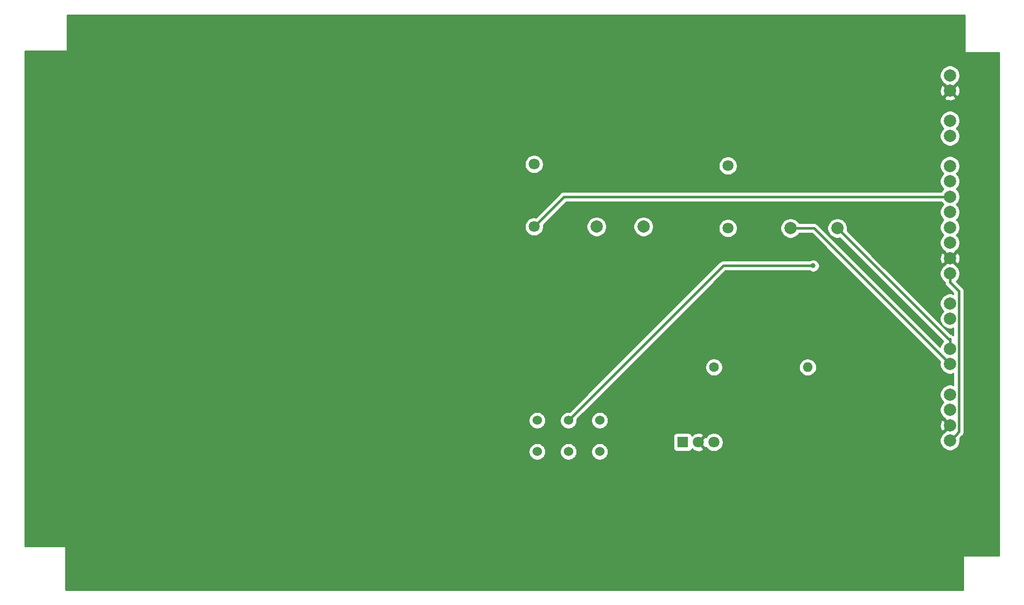
<source format=gbr>
G04 #@! TF.GenerationSoftware,KiCad,Pcbnew,(5.1.4)-1*
G04 #@! TF.CreationDate,2019-09-08T23:28:34+01:00*
G04 #@! TF.ProjectId,orionBoard,6f72696f-6e42-46f6-9172-642e6b696361,rev?*
G04 #@! TF.SameCoordinates,Original*
G04 #@! TF.FileFunction,Copper,L2,Bot*
G04 #@! TF.FilePolarity,Positive*
%FSLAX46Y46*%
G04 Gerber Fmt 4.6, Leading zero omitted, Abs format (unit mm)*
G04 Created by KiCad (PCBNEW (5.1.4)-1) date 2019-09-08 23:28:34*
%MOMM*%
%LPD*%
G04 APERTURE LIST*
%ADD10C,1.524000*%
%ADD11C,2.000000*%
%ADD12C,1.600000*%
%ADD13O,1.600000X1.600000*%
%ADD14C,1.800000*%
%ADD15R,1.800000X1.800000*%
%ADD16C,0.800000*%
%ADD17C,0.450000*%
%ADD18C,0.254000*%
G04 APERTURE END LIST*
D10*
X139154000Y-119276000D03*
X144234000Y-119276000D03*
X149314000Y-119276000D03*
X149314000Y-114196000D03*
X144234000Y-114196000D03*
X139154000Y-114196000D03*
D11*
X206210000Y-60602000D03*
X206210000Y-58102000D03*
X206210000Y-65468000D03*
X206210000Y-67968000D03*
X206210000Y-90320000D03*
X206210000Y-87820000D03*
X206210000Y-85320000D03*
X206210000Y-82820000D03*
X206210000Y-80320000D03*
X206210000Y-75320000D03*
X206210000Y-72820000D03*
X206210000Y-77820000D03*
X206210000Y-97686000D03*
X206210000Y-95186000D03*
X206210000Y-102552000D03*
X206210000Y-105052000D03*
X206210000Y-117498000D03*
X206210000Y-114998000D03*
X206210000Y-112498000D03*
X206210000Y-109998000D03*
D12*
X167856000Y-105560000D03*
D13*
X183096000Y-105560000D03*
D14*
X167856000Y-117752000D03*
X165316000Y-117752000D03*
D15*
X162776000Y-117752000D03*
D14*
X138646000Y-72540000D03*
X138646000Y-82700000D03*
D11*
X148806000Y-82700000D03*
X156426000Y-82700000D03*
X187922000Y-82954000D03*
X180302000Y-82954000D03*
D14*
X170142000Y-82954000D03*
X170142000Y-72794000D03*
D16*
X183985000Y-89050000D03*
D17*
X143526000Y-77820000D02*
X138646000Y-82700000D01*
X206210000Y-77820000D02*
X143526000Y-77820000D01*
X206210000Y-100988000D02*
X206210000Y-102552000D01*
X205956000Y-100988000D02*
X187922000Y-82954000D01*
X206210000Y-100988000D02*
X205956000Y-100988000D01*
X184112000Y-82954000D02*
X180302000Y-82954000D01*
X206210000Y-105052000D02*
X184112000Y-82954000D01*
X144234000Y-114196000D02*
X169380000Y-89050000D01*
X169380000Y-89050000D02*
X183985000Y-89050000D01*
X207209999Y-116498001D02*
X206210000Y-117498000D01*
X207635001Y-116072999D02*
X207209999Y-116498001D01*
X207635001Y-93159214D02*
X207635001Y-116072999D01*
X206210000Y-91734213D02*
X207635001Y-93159214D01*
X206210000Y-90320000D02*
X206210000Y-91734213D01*
D18*
G36*
X208623000Y-54252000D02*
G01*
X208625440Y-54276776D01*
X208632667Y-54300601D01*
X208644403Y-54322557D01*
X208660197Y-54341803D01*
X208679443Y-54357597D01*
X208701399Y-54369333D01*
X208725224Y-54376560D01*
X208750000Y-54379000D01*
X214211000Y-54379000D01*
X214211000Y-136167000D01*
X208496000Y-136167000D01*
X208471224Y-136169440D01*
X208447399Y-136176667D01*
X208425443Y-136188403D01*
X208406197Y-136204197D01*
X208390403Y-136223443D01*
X208378667Y-136245399D01*
X208371440Y-136269224D01*
X208369000Y-136294000D01*
X208369000Y-141755000D01*
X62573000Y-141755000D01*
X62573000Y-134770000D01*
X62570560Y-134745224D01*
X62563333Y-134721399D01*
X62551597Y-134699443D01*
X62535803Y-134680197D01*
X62516557Y-134664403D01*
X62494601Y-134652667D01*
X62470776Y-134645440D01*
X62446000Y-134643000D01*
X55969000Y-134643000D01*
X55969000Y-119138408D01*
X137757000Y-119138408D01*
X137757000Y-119413592D01*
X137810686Y-119683490D01*
X137915995Y-119937727D01*
X138068880Y-120166535D01*
X138263465Y-120361120D01*
X138492273Y-120514005D01*
X138746510Y-120619314D01*
X139016408Y-120673000D01*
X139291592Y-120673000D01*
X139561490Y-120619314D01*
X139815727Y-120514005D01*
X140044535Y-120361120D01*
X140239120Y-120166535D01*
X140392005Y-119937727D01*
X140497314Y-119683490D01*
X140551000Y-119413592D01*
X140551000Y-119138408D01*
X142837000Y-119138408D01*
X142837000Y-119413592D01*
X142890686Y-119683490D01*
X142995995Y-119937727D01*
X143148880Y-120166535D01*
X143343465Y-120361120D01*
X143572273Y-120514005D01*
X143826510Y-120619314D01*
X144096408Y-120673000D01*
X144371592Y-120673000D01*
X144641490Y-120619314D01*
X144895727Y-120514005D01*
X145124535Y-120361120D01*
X145319120Y-120166535D01*
X145472005Y-119937727D01*
X145577314Y-119683490D01*
X145631000Y-119413592D01*
X145631000Y-119138408D01*
X147917000Y-119138408D01*
X147917000Y-119413592D01*
X147970686Y-119683490D01*
X148075995Y-119937727D01*
X148228880Y-120166535D01*
X148423465Y-120361120D01*
X148652273Y-120514005D01*
X148906510Y-120619314D01*
X149176408Y-120673000D01*
X149451592Y-120673000D01*
X149721490Y-120619314D01*
X149975727Y-120514005D01*
X150204535Y-120361120D01*
X150399120Y-120166535D01*
X150552005Y-119937727D01*
X150657314Y-119683490D01*
X150711000Y-119413592D01*
X150711000Y-119138408D01*
X150657314Y-118868510D01*
X150552005Y-118614273D01*
X150399120Y-118385465D01*
X150204535Y-118190880D01*
X149975727Y-118037995D01*
X149721490Y-117932686D01*
X149451592Y-117879000D01*
X149176408Y-117879000D01*
X148906510Y-117932686D01*
X148652273Y-118037995D01*
X148423465Y-118190880D01*
X148228880Y-118385465D01*
X148075995Y-118614273D01*
X147970686Y-118868510D01*
X147917000Y-119138408D01*
X145631000Y-119138408D01*
X145577314Y-118868510D01*
X145472005Y-118614273D01*
X145319120Y-118385465D01*
X145124535Y-118190880D01*
X144895727Y-118037995D01*
X144641490Y-117932686D01*
X144371592Y-117879000D01*
X144096408Y-117879000D01*
X143826510Y-117932686D01*
X143572273Y-118037995D01*
X143343465Y-118190880D01*
X143148880Y-118385465D01*
X142995995Y-118614273D01*
X142890686Y-118868510D01*
X142837000Y-119138408D01*
X140551000Y-119138408D01*
X140497314Y-118868510D01*
X140392005Y-118614273D01*
X140239120Y-118385465D01*
X140044535Y-118190880D01*
X139815727Y-118037995D01*
X139561490Y-117932686D01*
X139291592Y-117879000D01*
X139016408Y-117879000D01*
X138746510Y-117932686D01*
X138492273Y-118037995D01*
X138263465Y-118190880D01*
X138068880Y-118385465D01*
X137915995Y-118614273D01*
X137810686Y-118868510D01*
X137757000Y-119138408D01*
X55969000Y-119138408D01*
X55969000Y-116852000D01*
X161237928Y-116852000D01*
X161237928Y-118652000D01*
X161250188Y-118776482D01*
X161286498Y-118896180D01*
X161345463Y-119006494D01*
X161424815Y-119103185D01*
X161521506Y-119182537D01*
X161631820Y-119241502D01*
X161751518Y-119277812D01*
X161876000Y-119290072D01*
X163676000Y-119290072D01*
X163800482Y-119277812D01*
X163920180Y-119241502D01*
X164030494Y-119182537D01*
X164127185Y-119103185D01*
X164206537Y-119006494D01*
X164265502Y-118896180D01*
X164268813Y-118885265D01*
X164315578Y-118932030D01*
X164431526Y-118816082D01*
X164515208Y-119070261D01*
X164787775Y-119201158D01*
X165080642Y-119276365D01*
X165382553Y-119292991D01*
X165681907Y-119250397D01*
X165967199Y-119150222D01*
X166116792Y-119070261D01*
X166200475Y-118816080D01*
X165316000Y-117931605D01*
X165301858Y-117945748D01*
X165122253Y-117766143D01*
X165136395Y-117752000D01*
X165495605Y-117752000D01*
X166380080Y-118636475D01*
X166561049Y-118576895D01*
X166663688Y-118730505D01*
X166877495Y-118944312D01*
X167128905Y-119112299D01*
X167408257Y-119228011D01*
X167704816Y-119287000D01*
X168007184Y-119287000D01*
X168303743Y-119228011D01*
X168583095Y-119112299D01*
X168834505Y-118944312D01*
X169048312Y-118730505D01*
X169216299Y-118479095D01*
X169332011Y-118199743D01*
X169391000Y-117903184D01*
X169391000Y-117600816D01*
X169332011Y-117304257D01*
X169216299Y-117024905D01*
X169048312Y-116773495D01*
X168834505Y-116559688D01*
X168583095Y-116391701D01*
X168303743Y-116275989D01*
X168007184Y-116217000D01*
X167704816Y-116217000D01*
X167408257Y-116275989D01*
X167128905Y-116391701D01*
X166877495Y-116559688D01*
X166663688Y-116773495D01*
X166561049Y-116927105D01*
X166380080Y-116867525D01*
X165495605Y-117752000D01*
X165136395Y-117752000D01*
X165122253Y-117737858D01*
X165301858Y-117558253D01*
X165316000Y-117572395D01*
X166200475Y-116687920D01*
X166116792Y-116433739D01*
X165844225Y-116302842D01*
X165551358Y-116227635D01*
X165249447Y-116211009D01*
X164950093Y-116253603D01*
X164664801Y-116353778D01*
X164515208Y-116433739D01*
X164431526Y-116687918D01*
X164315578Y-116571970D01*
X164268813Y-116618735D01*
X164265502Y-116607820D01*
X164206537Y-116497506D01*
X164127185Y-116400815D01*
X164030494Y-116321463D01*
X163920180Y-116262498D01*
X163800482Y-116226188D01*
X163676000Y-116213928D01*
X161876000Y-116213928D01*
X161751518Y-116226188D01*
X161631820Y-116262498D01*
X161521506Y-116321463D01*
X161424815Y-116400815D01*
X161345463Y-116497506D01*
X161286498Y-116607820D01*
X161250188Y-116727518D01*
X161237928Y-116852000D01*
X55969000Y-116852000D01*
X55969000Y-114058408D01*
X137757000Y-114058408D01*
X137757000Y-114333592D01*
X137810686Y-114603490D01*
X137915995Y-114857727D01*
X138068880Y-115086535D01*
X138263465Y-115281120D01*
X138492273Y-115434005D01*
X138746510Y-115539314D01*
X139016408Y-115593000D01*
X139291592Y-115593000D01*
X139561490Y-115539314D01*
X139815727Y-115434005D01*
X140044535Y-115281120D01*
X140239120Y-115086535D01*
X140392005Y-114857727D01*
X140497314Y-114603490D01*
X140551000Y-114333592D01*
X140551000Y-114058408D01*
X142837000Y-114058408D01*
X142837000Y-114333592D01*
X142890686Y-114603490D01*
X142995995Y-114857727D01*
X143148880Y-115086535D01*
X143343465Y-115281120D01*
X143572273Y-115434005D01*
X143826510Y-115539314D01*
X144096408Y-115593000D01*
X144371592Y-115593000D01*
X144641490Y-115539314D01*
X144895727Y-115434005D01*
X145124535Y-115281120D01*
X145319120Y-115086535D01*
X145472005Y-114857727D01*
X145577314Y-114603490D01*
X145631000Y-114333592D01*
X145631000Y-114058408D01*
X147917000Y-114058408D01*
X147917000Y-114333592D01*
X147970686Y-114603490D01*
X148075995Y-114857727D01*
X148228880Y-115086535D01*
X148423465Y-115281120D01*
X148652273Y-115434005D01*
X148906510Y-115539314D01*
X149176408Y-115593000D01*
X149451592Y-115593000D01*
X149721490Y-115539314D01*
X149975727Y-115434005D01*
X150204535Y-115281120D01*
X150399120Y-115086535D01*
X150416452Y-115060595D01*
X204568282Y-115060595D01*
X204612039Y-115379675D01*
X204717205Y-115684088D01*
X204810186Y-115858044D01*
X205074587Y-115953808D01*
X206030395Y-114998000D01*
X205074587Y-114042192D01*
X204810186Y-114137956D01*
X204669296Y-114427571D01*
X204587616Y-114739108D01*
X204568282Y-115060595D01*
X150416452Y-115060595D01*
X150552005Y-114857727D01*
X150657314Y-114603490D01*
X150711000Y-114333592D01*
X150711000Y-114058408D01*
X150657314Y-113788510D01*
X150552005Y-113534273D01*
X150399120Y-113305465D01*
X150204535Y-113110880D01*
X149975727Y-112957995D01*
X149721490Y-112852686D01*
X149451592Y-112799000D01*
X149176408Y-112799000D01*
X148906510Y-112852686D01*
X148652273Y-112957995D01*
X148423465Y-113110880D01*
X148228880Y-113305465D01*
X148075995Y-113534273D01*
X147970686Y-113788510D01*
X147917000Y-114058408D01*
X145631000Y-114058408D01*
X145623835Y-114022388D01*
X154227558Y-105418665D01*
X166421000Y-105418665D01*
X166421000Y-105701335D01*
X166476147Y-105978574D01*
X166584320Y-106239727D01*
X166741363Y-106474759D01*
X166941241Y-106674637D01*
X167176273Y-106831680D01*
X167437426Y-106939853D01*
X167714665Y-106995000D01*
X167997335Y-106995000D01*
X168274574Y-106939853D01*
X168535727Y-106831680D01*
X168770759Y-106674637D01*
X168970637Y-106474759D01*
X169127680Y-106239727D01*
X169235853Y-105978574D01*
X169291000Y-105701335D01*
X169291000Y-105560000D01*
X181654057Y-105560000D01*
X181681764Y-105841309D01*
X181763818Y-106111808D01*
X181897068Y-106361101D01*
X182076392Y-106579608D01*
X182294899Y-106758932D01*
X182544192Y-106892182D01*
X182814691Y-106974236D01*
X183025508Y-106995000D01*
X183166492Y-106995000D01*
X183377309Y-106974236D01*
X183647808Y-106892182D01*
X183897101Y-106758932D01*
X184115608Y-106579608D01*
X184294932Y-106361101D01*
X184428182Y-106111808D01*
X184510236Y-105841309D01*
X184537943Y-105560000D01*
X184510236Y-105278691D01*
X184428182Y-105008192D01*
X184294932Y-104758899D01*
X184115608Y-104540392D01*
X183897101Y-104361068D01*
X183647808Y-104227818D01*
X183377309Y-104145764D01*
X183166492Y-104125000D01*
X183025508Y-104125000D01*
X182814691Y-104145764D01*
X182544192Y-104227818D01*
X182294899Y-104361068D01*
X182076392Y-104540392D01*
X181897068Y-104758899D01*
X181763818Y-105008192D01*
X181681764Y-105278691D01*
X181654057Y-105560000D01*
X169291000Y-105560000D01*
X169291000Y-105418665D01*
X169235853Y-105141426D01*
X169127680Y-104880273D01*
X168970637Y-104645241D01*
X168770759Y-104445363D01*
X168535727Y-104288320D01*
X168274574Y-104180147D01*
X167997335Y-104125000D01*
X167714665Y-104125000D01*
X167437426Y-104180147D01*
X167176273Y-104288320D01*
X166941241Y-104445363D01*
X166741363Y-104645241D01*
X166584320Y-104880273D01*
X166476147Y-105141426D01*
X166421000Y-105418665D01*
X154227558Y-105418665D01*
X169736224Y-89910000D01*
X183409130Y-89910000D01*
X183494744Y-89967205D01*
X183683102Y-90045226D01*
X183883061Y-90085000D01*
X184086939Y-90085000D01*
X184286898Y-90045226D01*
X184475256Y-89967205D01*
X184644774Y-89853937D01*
X184788937Y-89709774D01*
X184902205Y-89540256D01*
X184980226Y-89351898D01*
X185020000Y-89151939D01*
X185020000Y-88948061D01*
X184980226Y-88748102D01*
X184902205Y-88559744D01*
X184788937Y-88390226D01*
X184644774Y-88246063D01*
X184475256Y-88132795D01*
X184286898Y-88054774D01*
X184086939Y-88015000D01*
X183883061Y-88015000D01*
X183683102Y-88054774D01*
X183494744Y-88132795D01*
X183409130Y-88190000D01*
X169422238Y-88190000D01*
X169379999Y-88185840D01*
X169337760Y-88190000D01*
X169337754Y-88190000D01*
X169228558Y-88200755D01*
X169211410Y-88202444D01*
X169162235Y-88217361D01*
X169049300Y-88251619D01*
X168899898Y-88331476D01*
X168768946Y-88438946D01*
X168742017Y-88471759D01*
X144407612Y-112806165D01*
X144371592Y-112799000D01*
X144096408Y-112799000D01*
X143826510Y-112852686D01*
X143572273Y-112957995D01*
X143343465Y-113110880D01*
X143148880Y-113305465D01*
X142995995Y-113534273D01*
X142890686Y-113788510D01*
X142837000Y-114058408D01*
X140551000Y-114058408D01*
X140497314Y-113788510D01*
X140392005Y-113534273D01*
X140239120Y-113305465D01*
X140044535Y-113110880D01*
X139815727Y-112957995D01*
X139561490Y-112852686D01*
X139291592Y-112799000D01*
X139016408Y-112799000D01*
X138746510Y-112852686D01*
X138492273Y-112957995D01*
X138263465Y-113110880D01*
X138068880Y-113305465D01*
X137915995Y-113534273D01*
X137810686Y-113788510D01*
X137757000Y-114058408D01*
X55969000Y-114058408D01*
X55969000Y-82548816D01*
X137111000Y-82548816D01*
X137111000Y-82851184D01*
X137169989Y-83147743D01*
X137285701Y-83427095D01*
X137453688Y-83678505D01*
X137667495Y-83892312D01*
X137918905Y-84060299D01*
X138198257Y-84176011D01*
X138494816Y-84235000D01*
X138797184Y-84235000D01*
X139093743Y-84176011D01*
X139373095Y-84060299D01*
X139624505Y-83892312D01*
X139838312Y-83678505D01*
X140006299Y-83427095D01*
X140122011Y-83147743D01*
X140181000Y-82851184D01*
X140181000Y-82548816D01*
X140179041Y-82538967D01*
X147171000Y-82538967D01*
X147171000Y-82861033D01*
X147233832Y-83176912D01*
X147357082Y-83474463D01*
X147536013Y-83742252D01*
X147763748Y-83969987D01*
X148031537Y-84148918D01*
X148329088Y-84272168D01*
X148644967Y-84335000D01*
X148967033Y-84335000D01*
X149282912Y-84272168D01*
X149580463Y-84148918D01*
X149848252Y-83969987D01*
X150075987Y-83742252D01*
X150254918Y-83474463D01*
X150378168Y-83176912D01*
X150441000Y-82861033D01*
X150441000Y-82538967D01*
X154791000Y-82538967D01*
X154791000Y-82861033D01*
X154853832Y-83176912D01*
X154977082Y-83474463D01*
X155156013Y-83742252D01*
X155383748Y-83969987D01*
X155651537Y-84148918D01*
X155949088Y-84272168D01*
X156264967Y-84335000D01*
X156587033Y-84335000D01*
X156902912Y-84272168D01*
X157200463Y-84148918D01*
X157468252Y-83969987D01*
X157695987Y-83742252D01*
X157874918Y-83474463D01*
X157998168Y-83176912D01*
X158061000Y-82861033D01*
X158061000Y-82802816D01*
X168607000Y-82802816D01*
X168607000Y-83105184D01*
X168665989Y-83401743D01*
X168781701Y-83681095D01*
X168949688Y-83932505D01*
X169163495Y-84146312D01*
X169414905Y-84314299D01*
X169694257Y-84430011D01*
X169990816Y-84489000D01*
X170293184Y-84489000D01*
X170589743Y-84430011D01*
X170869095Y-84314299D01*
X171120505Y-84146312D01*
X171334312Y-83932505D01*
X171502299Y-83681095D01*
X171618011Y-83401743D01*
X171677000Y-83105184D01*
X171677000Y-82802816D01*
X171675041Y-82792967D01*
X178667000Y-82792967D01*
X178667000Y-83115033D01*
X178729832Y-83430912D01*
X178853082Y-83728463D01*
X179032013Y-83996252D01*
X179259748Y-84223987D01*
X179527537Y-84402918D01*
X179825088Y-84526168D01*
X180140967Y-84589000D01*
X180463033Y-84589000D01*
X180778912Y-84526168D01*
X181076463Y-84402918D01*
X181344252Y-84223987D01*
X181571987Y-83996252D01*
X181693764Y-83814000D01*
X183755777Y-83814000D01*
X204617762Y-104675986D01*
X204575000Y-104890967D01*
X204575000Y-105213033D01*
X204637832Y-105528912D01*
X204761082Y-105826463D01*
X204940013Y-106094252D01*
X205167748Y-106321987D01*
X205435537Y-106500918D01*
X205733088Y-106624168D01*
X206048967Y-106687000D01*
X206371033Y-106687000D01*
X206686912Y-106624168D01*
X206775002Y-106587680D01*
X206775002Y-108462320D01*
X206686912Y-108425832D01*
X206371033Y-108363000D01*
X206048967Y-108363000D01*
X205733088Y-108425832D01*
X205435537Y-108549082D01*
X205167748Y-108728013D01*
X204940013Y-108955748D01*
X204761082Y-109223537D01*
X204637832Y-109521088D01*
X204575000Y-109836967D01*
X204575000Y-110159033D01*
X204637832Y-110474912D01*
X204761082Y-110772463D01*
X204940013Y-111040252D01*
X205147761Y-111248000D01*
X204940013Y-111455748D01*
X204761082Y-111723537D01*
X204637832Y-112021088D01*
X204575000Y-112336967D01*
X204575000Y-112659033D01*
X204637832Y-112974912D01*
X204761082Y-113272463D01*
X204940013Y-113540252D01*
X205167748Y-113767987D01*
X205264935Y-113832925D01*
X205254192Y-113862587D01*
X206210000Y-114818395D01*
X206224143Y-114804253D01*
X206403748Y-114983858D01*
X206389605Y-114998000D01*
X206403748Y-115012143D01*
X206224143Y-115191748D01*
X206210000Y-115177605D01*
X205254192Y-116133413D01*
X205264935Y-116163075D01*
X205167748Y-116228013D01*
X204940013Y-116455748D01*
X204761082Y-116723537D01*
X204637832Y-117021088D01*
X204575000Y-117336967D01*
X204575000Y-117659033D01*
X204637832Y-117974912D01*
X204761082Y-118272463D01*
X204940013Y-118540252D01*
X205167748Y-118767987D01*
X205435537Y-118946918D01*
X205733088Y-119070168D01*
X206048967Y-119133000D01*
X206371033Y-119133000D01*
X206686912Y-119070168D01*
X206984463Y-118946918D01*
X207252252Y-118767987D01*
X207479987Y-118540252D01*
X207658918Y-118272463D01*
X207782168Y-117974912D01*
X207845000Y-117659033D01*
X207845000Y-117336967D01*
X207802238Y-117121986D01*
X207847983Y-117076241D01*
X207847988Y-117076235D01*
X208213236Y-116710987D01*
X208246055Y-116684053D01*
X208353525Y-116553101D01*
X208417325Y-116433739D01*
X208433382Y-116403700D01*
X208482557Y-116241589D01*
X208499162Y-116072999D01*
X208495001Y-116030753D01*
X208495001Y-93201460D01*
X208499162Y-93159214D01*
X208482557Y-92990624D01*
X208433382Y-92828513D01*
X208405565Y-92776473D01*
X208353525Y-92679112D01*
X208246055Y-92548160D01*
X208213243Y-92521232D01*
X207267125Y-91575114D01*
X207479987Y-91362252D01*
X207658918Y-91094463D01*
X207782168Y-90796912D01*
X207845000Y-90481033D01*
X207845000Y-90158967D01*
X207782168Y-89843088D01*
X207658918Y-89545537D01*
X207479987Y-89277748D01*
X207252252Y-89050013D01*
X207155065Y-88985075D01*
X207165808Y-88955413D01*
X206210000Y-87999605D01*
X205254192Y-88955413D01*
X205264935Y-88985075D01*
X205167748Y-89050013D01*
X204940013Y-89277748D01*
X204761082Y-89545537D01*
X204637832Y-89843088D01*
X204575000Y-90158967D01*
X204575000Y-90481033D01*
X204637832Y-90796912D01*
X204761082Y-91094463D01*
X204940013Y-91362252D01*
X205167748Y-91589987D01*
X205348171Y-91710542D01*
X205345840Y-91734213D01*
X205362444Y-91902802D01*
X205411620Y-92064913D01*
X205491477Y-92214315D01*
X205571365Y-92311658D01*
X205598947Y-92345267D01*
X205631760Y-92372196D01*
X206775001Y-93515438D01*
X206775001Y-93650320D01*
X206686912Y-93613832D01*
X206371033Y-93551000D01*
X206048967Y-93551000D01*
X205733088Y-93613832D01*
X205435537Y-93737082D01*
X205167748Y-93916013D01*
X204940013Y-94143748D01*
X204761082Y-94411537D01*
X204637832Y-94709088D01*
X204575000Y-95024967D01*
X204575000Y-95347033D01*
X204637832Y-95662912D01*
X204761082Y-95960463D01*
X204940013Y-96228252D01*
X205147761Y-96436000D01*
X204940013Y-96643748D01*
X204761082Y-96911537D01*
X204637832Y-97209088D01*
X204575000Y-97524967D01*
X204575000Y-97847033D01*
X204637832Y-98162912D01*
X204761082Y-98460463D01*
X204940013Y-98728252D01*
X205167748Y-98955987D01*
X205435537Y-99134918D01*
X205733088Y-99258168D01*
X206048967Y-99321000D01*
X206371033Y-99321000D01*
X206686912Y-99258168D01*
X206775001Y-99221680D01*
X206775001Y-100339151D01*
X206690102Y-100269476D01*
X206540700Y-100189619D01*
X206378589Y-100140444D01*
X206318776Y-100134553D01*
X194066818Y-87882595D01*
X204568282Y-87882595D01*
X204612039Y-88201675D01*
X204717205Y-88506088D01*
X204810186Y-88680044D01*
X205074587Y-88775808D01*
X206030395Y-87820000D01*
X206389605Y-87820000D01*
X207345413Y-88775808D01*
X207609814Y-88680044D01*
X207750704Y-88390429D01*
X207832384Y-88078892D01*
X207851718Y-87757405D01*
X207807961Y-87438325D01*
X207702795Y-87133912D01*
X207609814Y-86959956D01*
X207345413Y-86864192D01*
X206389605Y-87820000D01*
X206030395Y-87820000D01*
X205074587Y-86864192D01*
X204810186Y-86959956D01*
X204669296Y-87249571D01*
X204587616Y-87561108D01*
X204568282Y-87882595D01*
X194066818Y-87882595D01*
X189514238Y-83330015D01*
X189557000Y-83115033D01*
X189557000Y-82792967D01*
X189494168Y-82477088D01*
X189370918Y-82179537D01*
X189191987Y-81911748D01*
X188964252Y-81684013D01*
X188696463Y-81505082D01*
X188398912Y-81381832D01*
X188083033Y-81319000D01*
X187760967Y-81319000D01*
X187445088Y-81381832D01*
X187147537Y-81505082D01*
X186879748Y-81684013D01*
X186652013Y-81911748D01*
X186473082Y-82179537D01*
X186349832Y-82477088D01*
X186287000Y-82792967D01*
X186287000Y-83115033D01*
X186349832Y-83430912D01*
X186473082Y-83728463D01*
X186652013Y-83996252D01*
X186879748Y-84223987D01*
X187147537Y-84402918D01*
X187445088Y-84526168D01*
X187760967Y-84589000D01*
X188083033Y-84589000D01*
X188298015Y-84546238D01*
X205100769Y-101348992D01*
X204940013Y-101509748D01*
X204761082Y-101777537D01*
X204637832Y-102075088D01*
X204606555Y-102232331D01*
X184749988Y-82375765D01*
X184723054Y-82342946D01*
X184592102Y-82235476D01*
X184442700Y-82155619D01*
X184280589Y-82106444D01*
X184154246Y-82094000D01*
X184154239Y-82094000D01*
X184112000Y-82089840D01*
X184069761Y-82094000D01*
X181693764Y-82094000D01*
X181571987Y-81911748D01*
X181344252Y-81684013D01*
X181076463Y-81505082D01*
X180778912Y-81381832D01*
X180463033Y-81319000D01*
X180140967Y-81319000D01*
X179825088Y-81381832D01*
X179527537Y-81505082D01*
X179259748Y-81684013D01*
X179032013Y-81911748D01*
X178853082Y-82179537D01*
X178729832Y-82477088D01*
X178667000Y-82792967D01*
X171675041Y-82792967D01*
X171618011Y-82506257D01*
X171502299Y-82226905D01*
X171334312Y-81975495D01*
X171120505Y-81761688D01*
X170869095Y-81593701D01*
X170589743Y-81477989D01*
X170293184Y-81419000D01*
X169990816Y-81419000D01*
X169694257Y-81477989D01*
X169414905Y-81593701D01*
X169163495Y-81761688D01*
X168949688Y-81975495D01*
X168781701Y-82226905D01*
X168665989Y-82506257D01*
X168607000Y-82802816D01*
X158061000Y-82802816D01*
X158061000Y-82538967D01*
X157998168Y-82223088D01*
X157874918Y-81925537D01*
X157695987Y-81657748D01*
X157468252Y-81430013D01*
X157200463Y-81251082D01*
X156902912Y-81127832D01*
X156587033Y-81065000D01*
X156264967Y-81065000D01*
X155949088Y-81127832D01*
X155651537Y-81251082D01*
X155383748Y-81430013D01*
X155156013Y-81657748D01*
X154977082Y-81925537D01*
X154853832Y-82223088D01*
X154791000Y-82538967D01*
X150441000Y-82538967D01*
X150378168Y-82223088D01*
X150254918Y-81925537D01*
X150075987Y-81657748D01*
X149848252Y-81430013D01*
X149580463Y-81251082D01*
X149282912Y-81127832D01*
X148967033Y-81065000D01*
X148644967Y-81065000D01*
X148329088Y-81127832D01*
X148031537Y-81251082D01*
X147763748Y-81430013D01*
X147536013Y-81657748D01*
X147357082Y-81925537D01*
X147233832Y-82223088D01*
X147171000Y-82538967D01*
X140179041Y-82538967D01*
X140153195Y-82409029D01*
X143882224Y-78680000D01*
X204818236Y-78680000D01*
X204940013Y-78862252D01*
X205147761Y-79070000D01*
X204940013Y-79277748D01*
X204761082Y-79545537D01*
X204637832Y-79843088D01*
X204575000Y-80158967D01*
X204575000Y-80481033D01*
X204637832Y-80796912D01*
X204761082Y-81094463D01*
X204940013Y-81362252D01*
X205147761Y-81570000D01*
X204940013Y-81777748D01*
X204761082Y-82045537D01*
X204637832Y-82343088D01*
X204575000Y-82658967D01*
X204575000Y-82981033D01*
X204637832Y-83296912D01*
X204761082Y-83594463D01*
X204940013Y-83862252D01*
X205147761Y-84070000D01*
X204940013Y-84277748D01*
X204761082Y-84545537D01*
X204637832Y-84843088D01*
X204575000Y-85158967D01*
X204575000Y-85481033D01*
X204637832Y-85796912D01*
X204761082Y-86094463D01*
X204940013Y-86362252D01*
X205167748Y-86589987D01*
X205264935Y-86654925D01*
X205254192Y-86684587D01*
X206210000Y-87640395D01*
X207165808Y-86684587D01*
X207155065Y-86654925D01*
X207252252Y-86589987D01*
X207479987Y-86362252D01*
X207658918Y-86094463D01*
X207782168Y-85796912D01*
X207845000Y-85481033D01*
X207845000Y-85158967D01*
X207782168Y-84843088D01*
X207658918Y-84545537D01*
X207479987Y-84277748D01*
X207272239Y-84070000D01*
X207479987Y-83862252D01*
X207658918Y-83594463D01*
X207782168Y-83296912D01*
X207845000Y-82981033D01*
X207845000Y-82658967D01*
X207782168Y-82343088D01*
X207658918Y-82045537D01*
X207479987Y-81777748D01*
X207272239Y-81570000D01*
X207479987Y-81362252D01*
X207658918Y-81094463D01*
X207782168Y-80796912D01*
X207845000Y-80481033D01*
X207845000Y-80158967D01*
X207782168Y-79843088D01*
X207658918Y-79545537D01*
X207479987Y-79277748D01*
X207272239Y-79070000D01*
X207479987Y-78862252D01*
X207658918Y-78594463D01*
X207782168Y-78296912D01*
X207845000Y-77981033D01*
X207845000Y-77658967D01*
X207782168Y-77343088D01*
X207658918Y-77045537D01*
X207479987Y-76777748D01*
X207272239Y-76570000D01*
X207479987Y-76362252D01*
X207658918Y-76094463D01*
X207782168Y-75796912D01*
X207845000Y-75481033D01*
X207845000Y-75158967D01*
X207782168Y-74843088D01*
X207658918Y-74545537D01*
X207479987Y-74277748D01*
X207272239Y-74070000D01*
X207479987Y-73862252D01*
X207658918Y-73594463D01*
X207782168Y-73296912D01*
X207845000Y-72981033D01*
X207845000Y-72658967D01*
X207782168Y-72343088D01*
X207658918Y-72045537D01*
X207479987Y-71777748D01*
X207252252Y-71550013D01*
X206984463Y-71371082D01*
X206686912Y-71247832D01*
X206371033Y-71185000D01*
X206048967Y-71185000D01*
X205733088Y-71247832D01*
X205435537Y-71371082D01*
X205167748Y-71550013D01*
X204940013Y-71777748D01*
X204761082Y-72045537D01*
X204637832Y-72343088D01*
X204575000Y-72658967D01*
X204575000Y-72981033D01*
X204637832Y-73296912D01*
X204761082Y-73594463D01*
X204940013Y-73862252D01*
X205147761Y-74070000D01*
X204940013Y-74277748D01*
X204761082Y-74545537D01*
X204637832Y-74843088D01*
X204575000Y-75158967D01*
X204575000Y-75481033D01*
X204637832Y-75796912D01*
X204761082Y-76094463D01*
X204940013Y-76362252D01*
X205147761Y-76570000D01*
X204940013Y-76777748D01*
X204818236Y-76960000D01*
X143568238Y-76960000D01*
X143525999Y-76955840D01*
X143483760Y-76960000D01*
X143483754Y-76960000D01*
X143374558Y-76970755D01*
X143357410Y-76972444D01*
X143308235Y-76987361D01*
X143195300Y-77021619D01*
X143045898Y-77101476D01*
X142914946Y-77208946D01*
X142888017Y-77241759D01*
X138936971Y-81192805D01*
X138797184Y-81165000D01*
X138494816Y-81165000D01*
X138198257Y-81223989D01*
X137918905Y-81339701D01*
X137667495Y-81507688D01*
X137453688Y-81721495D01*
X137285701Y-81972905D01*
X137169989Y-82252257D01*
X137111000Y-82548816D01*
X55969000Y-82548816D01*
X55969000Y-72388816D01*
X137111000Y-72388816D01*
X137111000Y-72691184D01*
X137169989Y-72987743D01*
X137285701Y-73267095D01*
X137453688Y-73518505D01*
X137667495Y-73732312D01*
X137918905Y-73900299D01*
X138198257Y-74016011D01*
X138494816Y-74075000D01*
X138797184Y-74075000D01*
X139093743Y-74016011D01*
X139373095Y-73900299D01*
X139624505Y-73732312D01*
X139838312Y-73518505D01*
X140006299Y-73267095D01*
X140122011Y-72987743D01*
X140181000Y-72691184D01*
X140181000Y-72642816D01*
X168607000Y-72642816D01*
X168607000Y-72945184D01*
X168665989Y-73241743D01*
X168781701Y-73521095D01*
X168949688Y-73772505D01*
X169163495Y-73986312D01*
X169414905Y-74154299D01*
X169694257Y-74270011D01*
X169990816Y-74329000D01*
X170293184Y-74329000D01*
X170589743Y-74270011D01*
X170869095Y-74154299D01*
X171120505Y-73986312D01*
X171334312Y-73772505D01*
X171502299Y-73521095D01*
X171618011Y-73241743D01*
X171677000Y-72945184D01*
X171677000Y-72642816D01*
X171618011Y-72346257D01*
X171502299Y-72066905D01*
X171334312Y-71815495D01*
X171120505Y-71601688D01*
X170869095Y-71433701D01*
X170589743Y-71317989D01*
X170293184Y-71259000D01*
X169990816Y-71259000D01*
X169694257Y-71317989D01*
X169414905Y-71433701D01*
X169163495Y-71601688D01*
X168949688Y-71815495D01*
X168781701Y-72066905D01*
X168665989Y-72346257D01*
X168607000Y-72642816D01*
X140181000Y-72642816D01*
X140181000Y-72388816D01*
X140122011Y-72092257D01*
X140006299Y-71812905D01*
X139838312Y-71561495D01*
X139624505Y-71347688D01*
X139373095Y-71179701D01*
X139093743Y-71063989D01*
X138797184Y-71005000D01*
X138494816Y-71005000D01*
X138198257Y-71063989D01*
X137918905Y-71179701D01*
X137667495Y-71347688D01*
X137453688Y-71561495D01*
X137285701Y-71812905D01*
X137169989Y-72092257D01*
X137111000Y-72388816D01*
X55969000Y-72388816D01*
X55969000Y-65306967D01*
X204575000Y-65306967D01*
X204575000Y-65629033D01*
X204637832Y-65944912D01*
X204761082Y-66242463D01*
X204940013Y-66510252D01*
X205147761Y-66718000D01*
X204940013Y-66925748D01*
X204761082Y-67193537D01*
X204637832Y-67491088D01*
X204575000Y-67806967D01*
X204575000Y-68129033D01*
X204637832Y-68444912D01*
X204761082Y-68742463D01*
X204940013Y-69010252D01*
X205167748Y-69237987D01*
X205435537Y-69416918D01*
X205733088Y-69540168D01*
X206048967Y-69603000D01*
X206371033Y-69603000D01*
X206686912Y-69540168D01*
X206984463Y-69416918D01*
X207252252Y-69237987D01*
X207479987Y-69010252D01*
X207658918Y-68742463D01*
X207782168Y-68444912D01*
X207845000Y-68129033D01*
X207845000Y-67806967D01*
X207782168Y-67491088D01*
X207658918Y-67193537D01*
X207479987Y-66925748D01*
X207272239Y-66718000D01*
X207479987Y-66510252D01*
X207658918Y-66242463D01*
X207782168Y-65944912D01*
X207845000Y-65629033D01*
X207845000Y-65306967D01*
X207782168Y-64991088D01*
X207658918Y-64693537D01*
X207479987Y-64425748D01*
X207252252Y-64198013D01*
X206984463Y-64019082D01*
X206686912Y-63895832D01*
X206371033Y-63833000D01*
X206048967Y-63833000D01*
X205733088Y-63895832D01*
X205435537Y-64019082D01*
X205167748Y-64198013D01*
X204940013Y-64425748D01*
X204761082Y-64693537D01*
X204637832Y-64991088D01*
X204575000Y-65306967D01*
X55969000Y-65306967D01*
X55969000Y-61737413D01*
X205254192Y-61737413D01*
X205349956Y-62001814D01*
X205639571Y-62142704D01*
X205951108Y-62224384D01*
X206272595Y-62243718D01*
X206591675Y-62199961D01*
X206896088Y-62094795D01*
X207070044Y-62001814D01*
X207165808Y-61737413D01*
X206210000Y-60781605D01*
X205254192Y-61737413D01*
X55969000Y-61737413D01*
X55969000Y-60664595D01*
X204568282Y-60664595D01*
X204612039Y-60983675D01*
X204717205Y-61288088D01*
X204810186Y-61462044D01*
X205074587Y-61557808D01*
X206030395Y-60602000D01*
X206389605Y-60602000D01*
X207345413Y-61557808D01*
X207609814Y-61462044D01*
X207750704Y-61172429D01*
X207832384Y-60860892D01*
X207851718Y-60539405D01*
X207807961Y-60220325D01*
X207702795Y-59915912D01*
X207609814Y-59741956D01*
X207345413Y-59646192D01*
X206389605Y-60602000D01*
X206030395Y-60602000D01*
X205074587Y-59646192D01*
X204810186Y-59741956D01*
X204669296Y-60031571D01*
X204587616Y-60343108D01*
X204568282Y-60664595D01*
X55969000Y-60664595D01*
X55969000Y-57940967D01*
X204575000Y-57940967D01*
X204575000Y-58263033D01*
X204637832Y-58578912D01*
X204761082Y-58876463D01*
X204940013Y-59144252D01*
X205167748Y-59371987D01*
X205264935Y-59436925D01*
X205254192Y-59466587D01*
X206210000Y-60422395D01*
X207165808Y-59466587D01*
X207155065Y-59436925D01*
X207252252Y-59371987D01*
X207479987Y-59144252D01*
X207658918Y-58876463D01*
X207782168Y-58578912D01*
X207845000Y-58263033D01*
X207845000Y-57940967D01*
X207782168Y-57625088D01*
X207658918Y-57327537D01*
X207479987Y-57059748D01*
X207252252Y-56832013D01*
X206984463Y-56653082D01*
X206686912Y-56529832D01*
X206371033Y-56467000D01*
X206048967Y-56467000D01*
X205733088Y-56529832D01*
X205435537Y-56653082D01*
X205167748Y-56832013D01*
X204940013Y-57059748D01*
X204761082Y-57327537D01*
X204637832Y-57625088D01*
X204575000Y-57940967D01*
X55969000Y-57940967D01*
X55969000Y-54125000D01*
X62700000Y-54125000D01*
X62724776Y-54122560D01*
X62748601Y-54115333D01*
X62770557Y-54103597D01*
X62789803Y-54087803D01*
X62805597Y-54068557D01*
X62817333Y-54046601D01*
X62824560Y-54022776D01*
X62827000Y-53998000D01*
X62827000Y-48283000D01*
X208623000Y-48283000D01*
X208623000Y-54252000D01*
X208623000Y-54252000D01*
G37*
X208623000Y-54252000D02*
X208625440Y-54276776D01*
X208632667Y-54300601D01*
X208644403Y-54322557D01*
X208660197Y-54341803D01*
X208679443Y-54357597D01*
X208701399Y-54369333D01*
X208725224Y-54376560D01*
X208750000Y-54379000D01*
X214211000Y-54379000D01*
X214211000Y-136167000D01*
X208496000Y-136167000D01*
X208471224Y-136169440D01*
X208447399Y-136176667D01*
X208425443Y-136188403D01*
X208406197Y-136204197D01*
X208390403Y-136223443D01*
X208378667Y-136245399D01*
X208371440Y-136269224D01*
X208369000Y-136294000D01*
X208369000Y-141755000D01*
X62573000Y-141755000D01*
X62573000Y-134770000D01*
X62570560Y-134745224D01*
X62563333Y-134721399D01*
X62551597Y-134699443D01*
X62535803Y-134680197D01*
X62516557Y-134664403D01*
X62494601Y-134652667D01*
X62470776Y-134645440D01*
X62446000Y-134643000D01*
X55969000Y-134643000D01*
X55969000Y-119138408D01*
X137757000Y-119138408D01*
X137757000Y-119413592D01*
X137810686Y-119683490D01*
X137915995Y-119937727D01*
X138068880Y-120166535D01*
X138263465Y-120361120D01*
X138492273Y-120514005D01*
X138746510Y-120619314D01*
X139016408Y-120673000D01*
X139291592Y-120673000D01*
X139561490Y-120619314D01*
X139815727Y-120514005D01*
X140044535Y-120361120D01*
X140239120Y-120166535D01*
X140392005Y-119937727D01*
X140497314Y-119683490D01*
X140551000Y-119413592D01*
X140551000Y-119138408D01*
X142837000Y-119138408D01*
X142837000Y-119413592D01*
X142890686Y-119683490D01*
X142995995Y-119937727D01*
X143148880Y-120166535D01*
X143343465Y-120361120D01*
X143572273Y-120514005D01*
X143826510Y-120619314D01*
X144096408Y-120673000D01*
X144371592Y-120673000D01*
X144641490Y-120619314D01*
X144895727Y-120514005D01*
X145124535Y-120361120D01*
X145319120Y-120166535D01*
X145472005Y-119937727D01*
X145577314Y-119683490D01*
X145631000Y-119413592D01*
X145631000Y-119138408D01*
X147917000Y-119138408D01*
X147917000Y-119413592D01*
X147970686Y-119683490D01*
X148075995Y-119937727D01*
X148228880Y-120166535D01*
X148423465Y-120361120D01*
X148652273Y-120514005D01*
X148906510Y-120619314D01*
X149176408Y-120673000D01*
X149451592Y-120673000D01*
X149721490Y-120619314D01*
X149975727Y-120514005D01*
X150204535Y-120361120D01*
X150399120Y-120166535D01*
X150552005Y-119937727D01*
X150657314Y-119683490D01*
X150711000Y-119413592D01*
X150711000Y-119138408D01*
X150657314Y-118868510D01*
X150552005Y-118614273D01*
X150399120Y-118385465D01*
X150204535Y-118190880D01*
X149975727Y-118037995D01*
X149721490Y-117932686D01*
X149451592Y-117879000D01*
X149176408Y-117879000D01*
X148906510Y-117932686D01*
X148652273Y-118037995D01*
X148423465Y-118190880D01*
X148228880Y-118385465D01*
X148075995Y-118614273D01*
X147970686Y-118868510D01*
X147917000Y-119138408D01*
X145631000Y-119138408D01*
X145577314Y-118868510D01*
X145472005Y-118614273D01*
X145319120Y-118385465D01*
X145124535Y-118190880D01*
X144895727Y-118037995D01*
X144641490Y-117932686D01*
X144371592Y-117879000D01*
X144096408Y-117879000D01*
X143826510Y-117932686D01*
X143572273Y-118037995D01*
X143343465Y-118190880D01*
X143148880Y-118385465D01*
X142995995Y-118614273D01*
X142890686Y-118868510D01*
X142837000Y-119138408D01*
X140551000Y-119138408D01*
X140497314Y-118868510D01*
X140392005Y-118614273D01*
X140239120Y-118385465D01*
X140044535Y-118190880D01*
X139815727Y-118037995D01*
X139561490Y-117932686D01*
X139291592Y-117879000D01*
X139016408Y-117879000D01*
X138746510Y-117932686D01*
X138492273Y-118037995D01*
X138263465Y-118190880D01*
X138068880Y-118385465D01*
X137915995Y-118614273D01*
X137810686Y-118868510D01*
X137757000Y-119138408D01*
X55969000Y-119138408D01*
X55969000Y-116852000D01*
X161237928Y-116852000D01*
X161237928Y-118652000D01*
X161250188Y-118776482D01*
X161286498Y-118896180D01*
X161345463Y-119006494D01*
X161424815Y-119103185D01*
X161521506Y-119182537D01*
X161631820Y-119241502D01*
X161751518Y-119277812D01*
X161876000Y-119290072D01*
X163676000Y-119290072D01*
X163800482Y-119277812D01*
X163920180Y-119241502D01*
X164030494Y-119182537D01*
X164127185Y-119103185D01*
X164206537Y-119006494D01*
X164265502Y-118896180D01*
X164268813Y-118885265D01*
X164315578Y-118932030D01*
X164431526Y-118816082D01*
X164515208Y-119070261D01*
X164787775Y-119201158D01*
X165080642Y-119276365D01*
X165382553Y-119292991D01*
X165681907Y-119250397D01*
X165967199Y-119150222D01*
X166116792Y-119070261D01*
X166200475Y-118816080D01*
X165316000Y-117931605D01*
X165301858Y-117945748D01*
X165122253Y-117766143D01*
X165136395Y-117752000D01*
X165495605Y-117752000D01*
X166380080Y-118636475D01*
X166561049Y-118576895D01*
X166663688Y-118730505D01*
X166877495Y-118944312D01*
X167128905Y-119112299D01*
X167408257Y-119228011D01*
X167704816Y-119287000D01*
X168007184Y-119287000D01*
X168303743Y-119228011D01*
X168583095Y-119112299D01*
X168834505Y-118944312D01*
X169048312Y-118730505D01*
X169216299Y-118479095D01*
X169332011Y-118199743D01*
X169391000Y-117903184D01*
X169391000Y-117600816D01*
X169332011Y-117304257D01*
X169216299Y-117024905D01*
X169048312Y-116773495D01*
X168834505Y-116559688D01*
X168583095Y-116391701D01*
X168303743Y-116275989D01*
X168007184Y-116217000D01*
X167704816Y-116217000D01*
X167408257Y-116275989D01*
X167128905Y-116391701D01*
X166877495Y-116559688D01*
X166663688Y-116773495D01*
X166561049Y-116927105D01*
X166380080Y-116867525D01*
X165495605Y-117752000D01*
X165136395Y-117752000D01*
X165122253Y-117737858D01*
X165301858Y-117558253D01*
X165316000Y-117572395D01*
X166200475Y-116687920D01*
X166116792Y-116433739D01*
X165844225Y-116302842D01*
X165551358Y-116227635D01*
X165249447Y-116211009D01*
X164950093Y-116253603D01*
X164664801Y-116353778D01*
X164515208Y-116433739D01*
X164431526Y-116687918D01*
X164315578Y-116571970D01*
X164268813Y-116618735D01*
X164265502Y-116607820D01*
X164206537Y-116497506D01*
X164127185Y-116400815D01*
X164030494Y-116321463D01*
X163920180Y-116262498D01*
X163800482Y-116226188D01*
X163676000Y-116213928D01*
X161876000Y-116213928D01*
X161751518Y-116226188D01*
X161631820Y-116262498D01*
X161521506Y-116321463D01*
X161424815Y-116400815D01*
X161345463Y-116497506D01*
X161286498Y-116607820D01*
X161250188Y-116727518D01*
X161237928Y-116852000D01*
X55969000Y-116852000D01*
X55969000Y-114058408D01*
X137757000Y-114058408D01*
X137757000Y-114333592D01*
X137810686Y-114603490D01*
X137915995Y-114857727D01*
X138068880Y-115086535D01*
X138263465Y-115281120D01*
X138492273Y-115434005D01*
X138746510Y-115539314D01*
X139016408Y-115593000D01*
X139291592Y-115593000D01*
X139561490Y-115539314D01*
X139815727Y-115434005D01*
X140044535Y-115281120D01*
X140239120Y-115086535D01*
X140392005Y-114857727D01*
X140497314Y-114603490D01*
X140551000Y-114333592D01*
X140551000Y-114058408D01*
X142837000Y-114058408D01*
X142837000Y-114333592D01*
X142890686Y-114603490D01*
X142995995Y-114857727D01*
X143148880Y-115086535D01*
X143343465Y-115281120D01*
X143572273Y-115434005D01*
X143826510Y-115539314D01*
X144096408Y-115593000D01*
X144371592Y-115593000D01*
X144641490Y-115539314D01*
X144895727Y-115434005D01*
X145124535Y-115281120D01*
X145319120Y-115086535D01*
X145472005Y-114857727D01*
X145577314Y-114603490D01*
X145631000Y-114333592D01*
X145631000Y-114058408D01*
X147917000Y-114058408D01*
X147917000Y-114333592D01*
X147970686Y-114603490D01*
X148075995Y-114857727D01*
X148228880Y-115086535D01*
X148423465Y-115281120D01*
X148652273Y-115434005D01*
X148906510Y-115539314D01*
X149176408Y-115593000D01*
X149451592Y-115593000D01*
X149721490Y-115539314D01*
X149975727Y-115434005D01*
X150204535Y-115281120D01*
X150399120Y-115086535D01*
X150416452Y-115060595D01*
X204568282Y-115060595D01*
X204612039Y-115379675D01*
X204717205Y-115684088D01*
X204810186Y-115858044D01*
X205074587Y-115953808D01*
X206030395Y-114998000D01*
X205074587Y-114042192D01*
X204810186Y-114137956D01*
X204669296Y-114427571D01*
X204587616Y-114739108D01*
X204568282Y-115060595D01*
X150416452Y-115060595D01*
X150552005Y-114857727D01*
X150657314Y-114603490D01*
X150711000Y-114333592D01*
X150711000Y-114058408D01*
X150657314Y-113788510D01*
X150552005Y-113534273D01*
X150399120Y-113305465D01*
X150204535Y-113110880D01*
X149975727Y-112957995D01*
X149721490Y-112852686D01*
X149451592Y-112799000D01*
X149176408Y-112799000D01*
X148906510Y-112852686D01*
X148652273Y-112957995D01*
X148423465Y-113110880D01*
X148228880Y-113305465D01*
X148075995Y-113534273D01*
X147970686Y-113788510D01*
X147917000Y-114058408D01*
X145631000Y-114058408D01*
X145623835Y-114022388D01*
X154227558Y-105418665D01*
X166421000Y-105418665D01*
X166421000Y-105701335D01*
X166476147Y-105978574D01*
X166584320Y-106239727D01*
X166741363Y-106474759D01*
X166941241Y-106674637D01*
X167176273Y-106831680D01*
X167437426Y-106939853D01*
X167714665Y-106995000D01*
X167997335Y-106995000D01*
X168274574Y-106939853D01*
X168535727Y-106831680D01*
X168770759Y-106674637D01*
X168970637Y-106474759D01*
X169127680Y-106239727D01*
X169235853Y-105978574D01*
X169291000Y-105701335D01*
X169291000Y-105560000D01*
X181654057Y-105560000D01*
X181681764Y-105841309D01*
X181763818Y-106111808D01*
X181897068Y-106361101D01*
X182076392Y-106579608D01*
X182294899Y-106758932D01*
X182544192Y-106892182D01*
X182814691Y-106974236D01*
X183025508Y-106995000D01*
X183166492Y-106995000D01*
X183377309Y-106974236D01*
X183647808Y-106892182D01*
X183897101Y-106758932D01*
X184115608Y-106579608D01*
X184294932Y-106361101D01*
X184428182Y-106111808D01*
X184510236Y-105841309D01*
X184537943Y-105560000D01*
X184510236Y-105278691D01*
X184428182Y-105008192D01*
X184294932Y-104758899D01*
X184115608Y-104540392D01*
X183897101Y-104361068D01*
X183647808Y-104227818D01*
X183377309Y-104145764D01*
X183166492Y-104125000D01*
X183025508Y-104125000D01*
X182814691Y-104145764D01*
X182544192Y-104227818D01*
X182294899Y-104361068D01*
X182076392Y-104540392D01*
X181897068Y-104758899D01*
X181763818Y-105008192D01*
X181681764Y-105278691D01*
X181654057Y-105560000D01*
X169291000Y-105560000D01*
X169291000Y-105418665D01*
X169235853Y-105141426D01*
X169127680Y-104880273D01*
X168970637Y-104645241D01*
X168770759Y-104445363D01*
X168535727Y-104288320D01*
X168274574Y-104180147D01*
X167997335Y-104125000D01*
X167714665Y-104125000D01*
X167437426Y-104180147D01*
X167176273Y-104288320D01*
X166941241Y-104445363D01*
X166741363Y-104645241D01*
X166584320Y-104880273D01*
X166476147Y-105141426D01*
X166421000Y-105418665D01*
X154227558Y-105418665D01*
X169736224Y-89910000D01*
X183409130Y-89910000D01*
X183494744Y-89967205D01*
X183683102Y-90045226D01*
X183883061Y-90085000D01*
X184086939Y-90085000D01*
X184286898Y-90045226D01*
X184475256Y-89967205D01*
X184644774Y-89853937D01*
X184788937Y-89709774D01*
X184902205Y-89540256D01*
X184980226Y-89351898D01*
X185020000Y-89151939D01*
X185020000Y-88948061D01*
X184980226Y-88748102D01*
X184902205Y-88559744D01*
X184788937Y-88390226D01*
X184644774Y-88246063D01*
X184475256Y-88132795D01*
X184286898Y-88054774D01*
X184086939Y-88015000D01*
X183883061Y-88015000D01*
X183683102Y-88054774D01*
X183494744Y-88132795D01*
X183409130Y-88190000D01*
X169422238Y-88190000D01*
X169379999Y-88185840D01*
X169337760Y-88190000D01*
X169337754Y-88190000D01*
X169228558Y-88200755D01*
X169211410Y-88202444D01*
X169162235Y-88217361D01*
X169049300Y-88251619D01*
X168899898Y-88331476D01*
X168768946Y-88438946D01*
X168742017Y-88471759D01*
X144407612Y-112806165D01*
X144371592Y-112799000D01*
X144096408Y-112799000D01*
X143826510Y-112852686D01*
X143572273Y-112957995D01*
X143343465Y-113110880D01*
X143148880Y-113305465D01*
X142995995Y-113534273D01*
X142890686Y-113788510D01*
X142837000Y-114058408D01*
X140551000Y-114058408D01*
X140497314Y-113788510D01*
X140392005Y-113534273D01*
X140239120Y-113305465D01*
X140044535Y-113110880D01*
X139815727Y-112957995D01*
X139561490Y-112852686D01*
X139291592Y-112799000D01*
X139016408Y-112799000D01*
X138746510Y-112852686D01*
X138492273Y-112957995D01*
X138263465Y-113110880D01*
X138068880Y-113305465D01*
X137915995Y-113534273D01*
X137810686Y-113788510D01*
X137757000Y-114058408D01*
X55969000Y-114058408D01*
X55969000Y-82548816D01*
X137111000Y-82548816D01*
X137111000Y-82851184D01*
X137169989Y-83147743D01*
X137285701Y-83427095D01*
X137453688Y-83678505D01*
X137667495Y-83892312D01*
X137918905Y-84060299D01*
X138198257Y-84176011D01*
X138494816Y-84235000D01*
X138797184Y-84235000D01*
X139093743Y-84176011D01*
X139373095Y-84060299D01*
X139624505Y-83892312D01*
X139838312Y-83678505D01*
X140006299Y-83427095D01*
X140122011Y-83147743D01*
X140181000Y-82851184D01*
X140181000Y-82548816D01*
X140179041Y-82538967D01*
X147171000Y-82538967D01*
X147171000Y-82861033D01*
X147233832Y-83176912D01*
X147357082Y-83474463D01*
X147536013Y-83742252D01*
X147763748Y-83969987D01*
X148031537Y-84148918D01*
X148329088Y-84272168D01*
X148644967Y-84335000D01*
X148967033Y-84335000D01*
X149282912Y-84272168D01*
X149580463Y-84148918D01*
X149848252Y-83969987D01*
X150075987Y-83742252D01*
X150254918Y-83474463D01*
X150378168Y-83176912D01*
X150441000Y-82861033D01*
X150441000Y-82538967D01*
X154791000Y-82538967D01*
X154791000Y-82861033D01*
X154853832Y-83176912D01*
X154977082Y-83474463D01*
X155156013Y-83742252D01*
X155383748Y-83969987D01*
X155651537Y-84148918D01*
X155949088Y-84272168D01*
X156264967Y-84335000D01*
X156587033Y-84335000D01*
X156902912Y-84272168D01*
X157200463Y-84148918D01*
X157468252Y-83969987D01*
X157695987Y-83742252D01*
X157874918Y-83474463D01*
X157998168Y-83176912D01*
X158061000Y-82861033D01*
X158061000Y-82802816D01*
X168607000Y-82802816D01*
X168607000Y-83105184D01*
X168665989Y-83401743D01*
X168781701Y-83681095D01*
X168949688Y-83932505D01*
X169163495Y-84146312D01*
X169414905Y-84314299D01*
X169694257Y-84430011D01*
X169990816Y-84489000D01*
X170293184Y-84489000D01*
X170589743Y-84430011D01*
X170869095Y-84314299D01*
X171120505Y-84146312D01*
X171334312Y-83932505D01*
X171502299Y-83681095D01*
X171618011Y-83401743D01*
X171677000Y-83105184D01*
X171677000Y-82802816D01*
X171675041Y-82792967D01*
X178667000Y-82792967D01*
X178667000Y-83115033D01*
X178729832Y-83430912D01*
X178853082Y-83728463D01*
X179032013Y-83996252D01*
X179259748Y-84223987D01*
X179527537Y-84402918D01*
X179825088Y-84526168D01*
X180140967Y-84589000D01*
X180463033Y-84589000D01*
X180778912Y-84526168D01*
X181076463Y-84402918D01*
X181344252Y-84223987D01*
X181571987Y-83996252D01*
X181693764Y-83814000D01*
X183755777Y-83814000D01*
X204617762Y-104675986D01*
X204575000Y-104890967D01*
X204575000Y-105213033D01*
X204637832Y-105528912D01*
X204761082Y-105826463D01*
X204940013Y-106094252D01*
X205167748Y-106321987D01*
X205435537Y-106500918D01*
X205733088Y-106624168D01*
X206048967Y-106687000D01*
X206371033Y-106687000D01*
X206686912Y-106624168D01*
X206775002Y-106587680D01*
X206775002Y-108462320D01*
X206686912Y-108425832D01*
X206371033Y-108363000D01*
X206048967Y-108363000D01*
X205733088Y-108425832D01*
X205435537Y-108549082D01*
X205167748Y-108728013D01*
X204940013Y-108955748D01*
X204761082Y-109223537D01*
X204637832Y-109521088D01*
X204575000Y-109836967D01*
X204575000Y-110159033D01*
X204637832Y-110474912D01*
X204761082Y-110772463D01*
X204940013Y-111040252D01*
X205147761Y-111248000D01*
X204940013Y-111455748D01*
X204761082Y-111723537D01*
X204637832Y-112021088D01*
X204575000Y-112336967D01*
X204575000Y-112659033D01*
X204637832Y-112974912D01*
X204761082Y-113272463D01*
X204940013Y-113540252D01*
X205167748Y-113767987D01*
X205264935Y-113832925D01*
X205254192Y-113862587D01*
X206210000Y-114818395D01*
X206224143Y-114804253D01*
X206403748Y-114983858D01*
X206389605Y-114998000D01*
X206403748Y-115012143D01*
X206224143Y-115191748D01*
X206210000Y-115177605D01*
X205254192Y-116133413D01*
X205264935Y-116163075D01*
X205167748Y-116228013D01*
X204940013Y-116455748D01*
X204761082Y-116723537D01*
X204637832Y-117021088D01*
X204575000Y-117336967D01*
X204575000Y-117659033D01*
X204637832Y-117974912D01*
X204761082Y-118272463D01*
X204940013Y-118540252D01*
X205167748Y-118767987D01*
X205435537Y-118946918D01*
X205733088Y-119070168D01*
X206048967Y-119133000D01*
X206371033Y-119133000D01*
X206686912Y-119070168D01*
X206984463Y-118946918D01*
X207252252Y-118767987D01*
X207479987Y-118540252D01*
X207658918Y-118272463D01*
X207782168Y-117974912D01*
X207845000Y-117659033D01*
X207845000Y-117336967D01*
X207802238Y-117121986D01*
X207847983Y-117076241D01*
X207847988Y-117076235D01*
X208213236Y-116710987D01*
X208246055Y-116684053D01*
X208353525Y-116553101D01*
X208417325Y-116433739D01*
X208433382Y-116403700D01*
X208482557Y-116241589D01*
X208499162Y-116072999D01*
X208495001Y-116030753D01*
X208495001Y-93201460D01*
X208499162Y-93159214D01*
X208482557Y-92990624D01*
X208433382Y-92828513D01*
X208405565Y-92776473D01*
X208353525Y-92679112D01*
X208246055Y-92548160D01*
X208213243Y-92521232D01*
X207267125Y-91575114D01*
X207479987Y-91362252D01*
X207658918Y-91094463D01*
X207782168Y-90796912D01*
X207845000Y-90481033D01*
X207845000Y-90158967D01*
X207782168Y-89843088D01*
X207658918Y-89545537D01*
X207479987Y-89277748D01*
X207252252Y-89050013D01*
X207155065Y-88985075D01*
X207165808Y-88955413D01*
X206210000Y-87999605D01*
X205254192Y-88955413D01*
X205264935Y-88985075D01*
X205167748Y-89050013D01*
X204940013Y-89277748D01*
X204761082Y-89545537D01*
X204637832Y-89843088D01*
X204575000Y-90158967D01*
X204575000Y-90481033D01*
X204637832Y-90796912D01*
X204761082Y-91094463D01*
X204940013Y-91362252D01*
X205167748Y-91589987D01*
X205348171Y-91710542D01*
X205345840Y-91734213D01*
X205362444Y-91902802D01*
X205411620Y-92064913D01*
X205491477Y-92214315D01*
X205571365Y-92311658D01*
X205598947Y-92345267D01*
X205631760Y-92372196D01*
X206775001Y-93515438D01*
X206775001Y-93650320D01*
X206686912Y-93613832D01*
X206371033Y-93551000D01*
X206048967Y-93551000D01*
X205733088Y-93613832D01*
X205435537Y-93737082D01*
X205167748Y-93916013D01*
X204940013Y-94143748D01*
X204761082Y-94411537D01*
X204637832Y-94709088D01*
X204575000Y-95024967D01*
X204575000Y-95347033D01*
X204637832Y-95662912D01*
X204761082Y-95960463D01*
X204940013Y-96228252D01*
X205147761Y-96436000D01*
X204940013Y-96643748D01*
X204761082Y-96911537D01*
X204637832Y-97209088D01*
X204575000Y-97524967D01*
X204575000Y-97847033D01*
X204637832Y-98162912D01*
X204761082Y-98460463D01*
X204940013Y-98728252D01*
X205167748Y-98955987D01*
X205435537Y-99134918D01*
X205733088Y-99258168D01*
X206048967Y-99321000D01*
X206371033Y-99321000D01*
X206686912Y-99258168D01*
X206775001Y-99221680D01*
X206775001Y-100339151D01*
X206690102Y-100269476D01*
X206540700Y-100189619D01*
X206378589Y-100140444D01*
X206318776Y-100134553D01*
X194066818Y-87882595D01*
X204568282Y-87882595D01*
X204612039Y-88201675D01*
X204717205Y-88506088D01*
X204810186Y-88680044D01*
X205074587Y-88775808D01*
X206030395Y-87820000D01*
X206389605Y-87820000D01*
X207345413Y-88775808D01*
X207609814Y-88680044D01*
X207750704Y-88390429D01*
X207832384Y-88078892D01*
X207851718Y-87757405D01*
X207807961Y-87438325D01*
X207702795Y-87133912D01*
X207609814Y-86959956D01*
X207345413Y-86864192D01*
X206389605Y-87820000D01*
X206030395Y-87820000D01*
X205074587Y-86864192D01*
X204810186Y-86959956D01*
X204669296Y-87249571D01*
X204587616Y-87561108D01*
X204568282Y-87882595D01*
X194066818Y-87882595D01*
X189514238Y-83330015D01*
X189557000Y-83115033D01*
X189557000Y-82792967D01*
X189494168Y-82477088D01*
X189370918Y-82179537D01*
X189191987Y-81911748D01*
X188964252Y-81684013D01*
X188696463Y-81505082D01*
X188398912Y-81381832D01*
X188083033Y-81319000D01*
X187760967Y-81319000D01*
X187445088Y-81381832D01*
X187147537Y-81505082D01*
X186879748Y-81684013D01*
X186652013Y-81911748D01*
X186473082Y-82179537D01*
X186349832Y-82477088D01*
X186287000Y-82792967D01*
X186287000Y-83115033D01*
X186349832Y-83430912D01*
X186473082Y-83728463D01*
X186652013Y-83996252D01*
X186879748Y-84223987D01*
X187147537Y-84402918D01*
X187445088Y-84526168D01*
X187760967Y-84589000D01*
X188083033Y-84589000D01*
X188298015Y-84546238D01*
X205100769Y-101348992D01*
X204940013Y-101509748D01*
X204761082Y-101777537D01*
X204637832Y-102075088D01*
X204606555Y-102232331D01*
X184749988Y-82375765D01*
X184723054Y-82342946D01*
X184592102Y-82235476D01*
X184442700Y-82155619D01*
X184280589Y-82106444D01*
X184154246Y-82094000D01*
X184154239Y-82094000D01*
X184112000Y-82089840D01*
X184069761Y-82094000D01*
X181693764Y-82094000D01*
X181571987Y-81911748D01*
X181344252Y-81684013D01*
X181076463Y-81505082D01*
X180778912Y-81381832D01*
X180463033Y-81319000D01*
X180140967Y-81319000D01*
X179825088Y-81381832D01*
X179527537Y-81505082D01*
X179259748Y-81684013D01*
X179032013Y-81911748D01*
X178853082Y-82179537D01*
X178729832Y-82477088D01*
X178667000Y-82792967D01*
X171675041Y-82792967D01*
X171618011Y-82506257D01*
X171502299Y-82226905D01*
X171334312Y-81975495D01*
X171120505Y-81761688D01*
X170869095Y-81593701D01*
X170589743Y-81477989D01*
X170293184Y-81419000D01*
X169990816Y-81419000D01*
X169694257Y-81477989D01*
X169414905Y-81593701D01*
X169163495Y-81761688D01*
X168949688Y-81975495D01*
X168781701Y-82226905D01*
X168665989Y-82506257D01*
X168607000Y-82802816D01*
X158061000Y-82802816D01*
X158061000Y-82538967D01*
X157998168Y-82223088D01*
X157874918Y-81925537D01*
X157695987Y-81657748D01*
X157468252Y-81430013D01*
X157200463Y-81251082D01*
X156902912Y-81127832D01*
X156587033Y-81065000D01*
X156264967Y-81065000D01*
X155949088Y-81127832D01*
X155651537Y-81251082D01*
X155383748Y-81430013D01*
X155156013Y-81657748D01*
X154977082Y-81925537D01*
X154853832Y-82223088D01*
X154791000Y-82538967D01*
X150441000Y-82538967D01*
X150378168Y-82223088D01*
X150254918Y-81925537D01*
X150075987Y-81657748D01*
X149848252Y-81430013D01*
X149580463Y-81251082D01*
X149282912Y-81127832D01*
X148967033Y-81065000D01*
X148644967Y-81065000D01*
X148329088Y-81127832D01*
X148031537Y-81251082D01*
X147763748Y-81430013D01*
X147536013Y-81657748D01*
X147357082Y-81925537D01*
X147233832Y-82223088D01*
X147171000Y-82538967D01*
X140179041Y-82538967D01*
X140153195Y-82409029D01*
X143882224Y-78680000D01*
X204818236Y-78680000D01*
X204940013Y-78862252D01*
X205147761Y-79070000D01*
X204940013Y-79277748D01*
X204761082Y-79545537D01*
X204637832Y-79843088D01*
X204575000Y-80158967D01*
X204575000Y-80481033D01*
X204637832Y-80796912D01*
X204761082Y-81094463D01*
X204940013Y-81362252D01*
X205147761Y-81570000D01*
X204940013Y-81777748D01*
X204761082Y-82045537D01*
X204637832Y-82343088D01*
X204575000Y-82658967D01*
X204575000Y-82981033D01*
X204637832Y-83296912D01*
X204761082Y-83594463D01*
X204940013Y-83862252D01*
X205147761Y-84070000D01*
X204940013Y-84277748D01*
X204761082Y-84545537D01*
X204637832Y-84843088D01*
X204575000Y-85158967D01*
X204575000Y-85481033D01*
X204637832Y-85796912D01*
X204761082Y-86094463D01*
X204940013Y-86362252D01*
X205167748Y-86589987D01*
X205264935Y-86654925D01*
X205254192Y-86684587D01*
X206210000Y-87640395D01*
X207165808Y-86684587D01*
X207155065Y-86654925D01*
X207252252Y-86589987D01*
X207479987Y-86362252D01*
X207658918Y-86094463D01*
X207782168Y-85796912D01*
X207845000Y-85481033D01*
X207845000Y-85158967D01*
X207782168Y-84843088D01*
X207658918Y-84545537D01*
X207479987Y-84277748D01*
X207272239Y-84070000D01*
X207479987Y-83862252D01*
X207658918Y-83594463D01*
X207782168Y-83296912D01*
X207845000Y-82981033D01*
X207845000Y-82658967D01*
X207782168Y-82343088D01*
X207658918Y-82045537D01*
X207479987Y-81777748D01*
X207272239Y-81570000D01*
X207479987Y-81362252D01*
X207658918Y-81094463D01*
X207782168Y-80796912D01*
X207845000Y-80481033D01*
X207845000Y-80158967D01*
X207782168Y-79843088D01*
X207658918Y-79545537D01*
X207479987Y-79277748D01*
X207272239Y-79070000D01*
X207479987Y-78862252D01*
X207658918Y-78594463D01*
X207782168Y-78296912D01*
X207845000Y-77981033D01*
X207845000Y-77658967D01*
X207782168Y-77343088D01*
X207658918Y-77045537D01*
X207479987Y-76777748D01*
X207272239Y-76570000D01*
X207479987Y-76362252D01*
X207658918Y-76094463D01*
X207782168Y-75796912D01*
X207845000Y-75481033D01*
X207845000Y-75158967D01*
X207782168Y-74843088D01*
X207658918Y-74545537D01*
X207479987Y-74277748D01*
X207272239Y-74070000D01*
X207479987Y-73862252D01*
X207658918Y-73594463D01*
X207782168Y-73296912D01*
X207845000Y-72981033D01*
X207845000Y-72658967D01*
X207782168Y-72343088D01*
X207658918Y-72045537D01*
X207479987Y-71777748D01*
X207252252Y-71550013D01*
X206984463Y-71371082D01*
X206686912Y-71247832D01*
X206371033Y-71185000D01*
X206048967Y-71185000D01*
X205733088Y-71247832D01*
X205435537Y-71371082D01*
X205167748Y-71550013D01*
X204940013Y-71777748D01*
X204761082Y-72045537D01*
X204637832Y-72343088D01*
X204575000Y-72658967D01*
X204575000Y-72981033D01*
X204637832Y-73296912D01*
X204761082Y-73594463D01*
X204940013Y-73862252D01*
X205147761Y-74070000D01*
X204940013Y-74277748D01*
X204761082Y-74545537D01*
X204637832Y-74843088D01*
X204575000Y-75158967D01*
X204575000Y-75481033D01*
X204637832Y-75796912D01*
X204761082Y-76094463D01*
X204940013Y-76362252D01*
X205147761Y-76570000D01*
X204940013Y-76777748D01*
X204818236Y-76960000D01*
X143568238Y-76960000D01*
X143525999Y-76955840D01*
X143483760Y-76960000D01*
X143483754Y-76960000D01*
X143374558Y-76970755D01*
X143357410Y-76972444D01*
X143308235Y-76987361D01*
X143195300Y-77021619D01*
X143045898Y-77101476D01*
X142914946Y-77208946D01*
X142888017Y-77241759D01*
X138936971Y-81192805D01*
X138797184Y-81165000D01*
X138494816Y-81165000D01*
X138198257Y-81223989D01*
X137918905Y-81339701D01*
X137667495Y-81507688D01*
X137453688Y-81721495D01*
X137285701Y-81972905D01*
X137169989Y-82252257D01*
X137111000Y-82548816D01*
X55969000Y-82548816D01*
X55969000Y-72388816D01*
X137111000Y-72388816D01*
X137111000Y-72691184D01*
X137169989Y-72987743D01*
X137285701Y-73267095D01*
X137453688Y-73518505D01*
X137667495Y-73732312D01*
X137918905Y-73900299D01*
X138198257Y-74016011D01*
X138494816Y-74075000D01*
X138797184Y-74075000D01*
X139093743Y-74016011D01*
X139373095Y-73900299D01*
X139624505Y-73732312D01*
X139838312Y-73518505D01*
X140006299Y-73267095D01*
X140122011Y-72987743D01*
X140181000Y-72691184D01*
X140181000Y-72642816D01*
X168607000Y-72642816D01*
X168607000Y-72945184D01*
X168665989Y-73241743D01*
X168781701Y-73521095D01*
X168949688Y-73772505D01*
X169163495Y-73986312D01*
X169414905Y-74154299D01*
X169694257Y-74270011D01*
X169990816Y-74329000D01*
X170293184Y-74329000D01*
X170589743Y-74270011D01*
X170869095Y-74154299D01*
X171120505Y-73986312D01*
X171334312Y-73772505D01*
X171502299Y-73521095D01*
X171618011Y-73241743D01*
X171677000Y-72945184D01*
X171677000Y-72642816D01*
X171618011Y-72346257D01*
X171502299Y-72066905D01*
X171334312Y-71815495D01*
X171120505Y-71601688D01*
X170869095Y-71433701D01*
X170589743Y-71317989D01*
X170293184Y-71259000D01*
X169990816Y-71259000D01*
X169694257Y-71317989D01*
X169414905Y-71433701D01*
X169163495Y-71601688D01*
X168949688Y-71815495D01*
X168781701Y-72066905D01*
X168665989Y-72346257D01*
X168607000Y-72642816D01*
X140181000Y-72642816D01*
X140181000Y-72388816D01*
X140122011Y-72092257D01*
X140006299Y-71812905D01*
X139838312Y-71561495D01*
X139624505Y-71347688D01*
X139373095Y-71179701D01*
X139093743Y-71063989D01*
X138797184Y-71005000D01*
X138494816Y-71005000D01*
X138198257Y-71063989D01*
X137918905Y-71179701D01*
X137667495Y-71347688D01*
X137453688Y-71561495D01*
X137285701Y-71812905D01*
X137169989Y-72092257D01*
X137111000Y-72388816D01*
X55969000Y-72388816D01*
X55969000Y-65306967D01*
X204575000Y-65306967D01*
X204575000Y-65629033D01*
X204637832Y-65944912D01*
X204761082Y-66242463D01*
X204940013Y-66510252D01*
X205147761Y-66718000D01*
X204940013Y-66925748D01*
X204761082Y-67193537D01*
X204637832Y-67491088D01*
X204575000Y-67806967D01*
X204575000Y-68129033D01*
X204637832Y-68444912D01*
X204761082Y-68742463D01*
X204940013Y-69010252D01*
X205167748Y-69237987D01*
X205435537Y-69416918D01*
X205733088Y-69540168D01*
X206048967Y-69603000D01*
X206371033Y-69603000D01*
X206686912Y-69540168D01*
X206984463Y-69416918D01*
X207252252Y-69237987D01*
X207479987Y-69010252D01*
X207658918Y-68742463D01*
X207782168Y-68444912D01*
X207845000Y-68129033D01*
X207845000Y-67806967D01*
X207782168Y-67491088D01*
X207658918Y-67193537D01*
X207479987Y-66925748D01*
X207272239Y-66718000D01*
X207479987Y-66510252D01*
X207658918Y-66242463D01*
X207782168Y-65944912D01*
X207845000Y-65629033D01*
X207845000Y-65306967D01*
X207782168Y-64991088D01*
X207658918Y-64693537D01*
X207479987Y-64425748D01*
X207252252Y-64198013D01*
X206984463Y-64019082D01*
X206686912Y-63895832D01*
X206371033Y-63833000D01*
X206048967Y-63833000D01*
X205733088Y-63895832D01*
X205435537Y-64019082D01*
X205167748Y-64198013D01*
X204940013Y-64425748D01*
X204761082Y-64693537D01*
X204637832Y-64991088D01*
X204575000Y-65306967D01*
X55969000Y-65306967D01*
X55969000Y-61737413D01*
X205254192Y-61737413D01*
X205349956Y-62001814D01*
X205639571Y-62142704D01*
X205951108Y-62224384D01*
X206272595Y-62243718D01*
X206591675Y-62199961D01*
X206896088Y-62094795D01*
X207070044Y-62001814D01*
X207165808Y-61737413D01*
X206210000Y-60781605D01*
X205254192Y-61737413D01*
X55969000Y-61737413D01*
X55969000Y-60664595D01*
X204568282Y-60664595D01*
X204612039Y-60983675D01*
X204717205Y-61288088D01*
X204810186Y-61462044D01*
X205074587Y-61557808D01*
X206030395Y-60602000D01*
X206389605Y-60602000D01*
X207345413Y-61557808D01*
X207609814Y-61462044D01*
X207750704Y-61172429D01*
X207832384Y-60860892D01*
X207851718Y-60539405D01*
X207807961Y-60220325D01*
X207702795Y-59915912D01*
X207609814Y-59741956D01*
X207345413Y-59646192D01*
X206389605Y-60602000D01*
X206030395Y-60602000D01*
X205074587Y-59646192D01*
X204810186Y-59741956D01*
X204669296Y-60031571D01*
X204587616Y-60343108D01*
X204568282Y-60664595D01*
X55969000Y-60664595D01*
X55969000Y-57940967D01*
X204575000Y-57940967D01*
X204575000Y-58263033D01*
X204637832Y-58578912D01*
X204761082Y-58876463D01*
X204940013Y-59144252D01*
X205167748Y-59371987D01*
X205264935Y-59436925D01*
X205254192Y-59466587D01*
X206210000Y-60422395D01*
X207165808Y-59466587D01*
X207155065Y-59436925D01*
X207252252Y-59371987D01*
X207479987Y-59144252D01*
X207658918Y-58876463D01*
X207782168Y-58578912D01*
X207845000Y-58263033D01*
X207845000Y-57940967D01*
X207782168Y-57625088D01*
X207658918Y-57327537D01*
X207479987Y-57059748D01*
X207252252Y-56832013D01*
X206984463Y-56653082D01*
X206686912Y-56529832D01*
X206371033Y-56467000D01*
X206048967Y-56467000D01*
X205733088Y-56529832D01*
X205435537Y-56653082D01*
X205167748Y-56832013D01*
X204940013Y-57059748D01*
X204761082Y-57327537D01*
X204637832Y-57625088D01*
X204575000Y-57940967D01*
X55969000Y-57940967D01*
X55969000Y-54125000D01*
X62700000Y-54125000D01*
X62724776Y-54122560D01*
X62748601Y-54115333D01*
X62770557Y-54103597D01*
X62789803Y-54087803D01*
X62805597Y-54068557D01*
X62817333Y-54046601D01*
X62824560Y-54022776D01*
X62827000Y-53998000D01*
X62827000Y-48283000D01*
X208623000Y-48283000D01*
X208623000Y-54252000D01*
M02*

</source>
